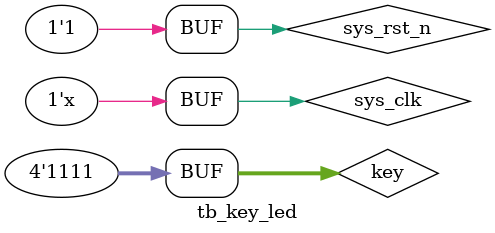
<source format=v>
`timescale 1ns/1ns
module tb_key_led ();

parameter CLK_PERIOD = 20;

reg sys_clk;
reg sys_rst_n;
reg [3:0] key;

wire [3:0] led;

initial begin
    sys_clk <= 1'b0;
    sys_rst_n <= 1'b0;
    key <= 4'b1111;
    #200
    sys_rst_n <= 1'b1;
    #2000
    key <= 4'b1110;//按下key0
    #2000
    key <= 4'b1111;//松开
    #2000
    key <= 4'b1101;
    #2000
    key <= 4'b1111;
    #2000
    key <= 4'b1011;
    #2000
    key <= 4'b1111;
    #2000
    key <= 4'b0111;
    #2000
    key <= 4'b1111;
end

always #(CLK_PERIOD/2) sys_clk = ~sys_clk;
  
key_led u_key_led(
    .sys_clk(sys_clk),
    .sys_rst_n(sys_rst_n),
    .key(key),
    .led(led)     
);


endmodule
</source>
